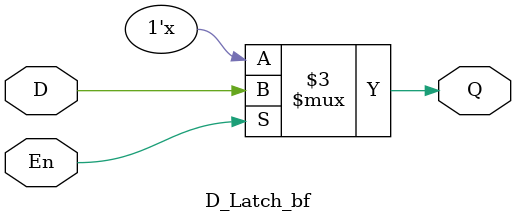
<source format=sv>
module D_Latch_bf(Q,D,En);
  input D,En;
  output reg Q;
  
  always @(D,En)
    begin
      if(En) Q=D;
      //else Q=Q;
    end
endmodule

</source>
